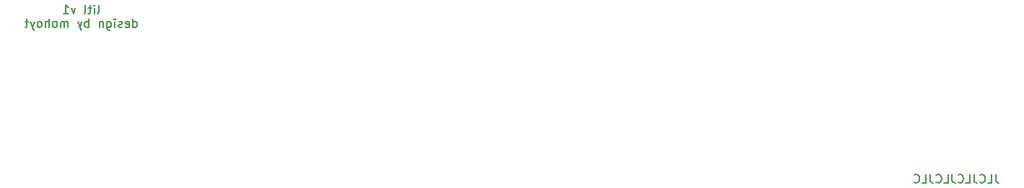
<source format=gbo>
%TF.GenerationSoftware,KiCad,Pcbnew,(6.0.0-0)*%
%TF.CreationDate,2022-04-10T14:44:23+02:00*%
%TF.ProjectId,litl_plate,6c69746c-5f70-46c6-9174-652e6b696361,rev?*%
%TF.SameCoordinates,Original*%
%TF.FileFunction,Legend,Bot*%
%TF.FilePolarity,Positive*%
%FSLAX46Y46*%
G04 Gerber Fmt 4.6, Leading zero omitted, Abs format (unit mm)*
G04 Created by KiCad (PCBNEW (6.0.0-0)) date 2022-04-10 14:44:23*
%MOMM*%
%LPD*%
G01*
G04 APERTURE LIST*
%ADD10C,0.150000*%
%ADD11C,2.200000*%
G04 APERTURE END LIST*
D10*
X262469047Y-123602380D02*
X262469047Y-124316666D01*
X262516666Y-124459523D01*
X262611904Y-124554761D01*
X262754761Y-124602380D01*
X262850000Y-124602380D01*
X261516666Y-124602380D02*
X261992857Y-124602380D01*
X261992857Y-123602380D01*
X260611904Y-124507142D02*
X260659523Y-124554761D01*
X260802380Y-124602380D01*
X260897619Y-124602380D01*
X261040476Y-124554761D01*
X261135714Y-124459523D01*
X261183333Y-124364285D01*
X261230952Y-124173809D01*
X261230952Y-124030952D01*
X261183333Y-123840476D01*
X261135714Y-123745238D01*
X261040476Y-123650000D01*
X260897619Y-123602380D01*
X260802380Y-123602380D01*
X260659523Y-123650000D01*
X260611904Y-123697619D01*
X259897619Y-123602380D02*
X259897619Y-124316666D01*
X259945238Y-124459523D01*
X260040476Y-124554761D01*
X260183333Y-124602380D01*
X260278571Y-124602380D01*
X258945238Y-124602380D02*
X259421428Y-124602380D01*
X259421428Y-123602380D01*
X258040476Y-124507142D02*
X258088095Y-124554761D01*
X258230952Y-124602380D01*
X258326190Y-124602380D01*
X258469047Y-124554761D01*
X258564285Y-124459523D01*
X258611904Y-124364285D01*
X258659523Y-124173809D01*
X258659523Y-124030952D01*
X258611904Y-123840476D01*
X258564285Y-123745238D01*
X258469047Y-123650000D01*
X258326190Y-123602380D01*
X258230952Y-123602380D01*
X258088095Y-123650000D01*
X258040476Y-123697619D01*
X257326190Y-123602380D02*
X257326190Y-124316666D01*
X257373809Y-124459523D01*
X257469047Y-124554761D01*
X257611904Y-124602380D01*
X257707142Y-124602380D01*
X256373809Y-124602380D02*
X256850000Y-124602380D01*
X256850000Y-123602380D01*
X255469047Y-124507142D02*
X255516666Y-124554761D01*
X255659523Y-124602380D01*
X255754761Y-124602380D01*
X255897619Y-124554761D01*
X255992857Y-124459523D01*
X256040476Y-124364285D01*
X256088095Y-124173809D01*
X256088095Y-124030952D01*
X256040476Y-123840476D01*
X255992857Y-123745238D01*
X255897619Y-123650000D01*
X255754761Y-123602380D01*
X255659523Y-123602380D01*
X255516666Y-123650000D01*
X255469047Y-123697619D01*
X254754761Y-123602380D02*
X254754761Y-124316666D01*
X254802380Y-124459523D01*
X254897619Y-124554761D01*
X255040476Y-124602380D01*
X255135714Y-124602380D01*
X253802380Y-124602380D02*
X254278571Y-124602380D01*
X254278571Y-123602380D01*
X252897619Y-124507142D02*
X252945238Y-124554761D01*
X253088095Y-124602380D01*
X253183333Y-124602380D01*
X253326190Y-124554761D01*
X253421428Y-124459523D01*
X253469047Y-124364285D01*
X253516666Y-124173809D01*
X253516666Y-124030952D01*
X253469047Y-123840476D01*
X253421428Y-123745238D01*
X253326190Y-123650000D01*
X253183333Y-123602380D01*
X253088095Y-123602380D01*
X252945238Y-123650000D01*
X252897619Y-123697619D01*
X157092261Y-104697380D02*
X157187500Y-104649761D01*
X157235119Y-104554523D01*
X157235119Y-103697380D01*
X156711309Y-104697380D02*
X156711309Y-104030714D01*
X156711309Y-103697380D02*
X156758928Y-103745000D01*
X156711309Y-103792619D01*
X156663690Y-103745000D01*
X156711309Y-103697380D01*
X156711309Y-103792619D01*
X156377976Y-104030714D02*
X155997023Y-104030714D01*
X156235119Y-103697380D02*
X156235119Y-104554523D01*
X156187500Y-104649761D01*
X156092261Y-104697380D01*
X155997023Y-104697380D01*
X155520833Y-104697380D02*
X155616071Y-104649761D01*
X155663690Y-104554523D01*
X155663690Y-103697380D01*
X154473214Y-104030714D02*
X154235119Y-104697380D01*
X153997023Y-104030714D01*
X153092261Y-104697380D02*
X153663690Y-104697380D01*
X153377976Y-104697380D02*
X153377976Y-103697380D01*
X153473214Y-103840238D01*
X153568452Y-103935476D01*
X153663690Y-103983095D01*
X161235119Y-106307380D02*
X161235119Y-105307380D01*
X161235119Y-106259761D02*
X161330357Y-106307380D01*
X161520833Y-106307380D01*
X161616071Y-106259761D01*
X161663690Y-106212142D01*
X161711309Y-106116904D01*
X161711309Y-105831190D01*
X161663690Y-105735952D01*
X161616071Y-105688333D01*
X161520833Y-105640714D01*
X161330357Y-105640714D01*
X161235119Y-105688333D01*
X160377976Y-106259761D02*
X160473214Y-106307380D01*
X160663690Y-106307380D01*
X160758928Y-106259761D01*
X160806547Y-106164523D01*
X160806547Y-105783571D01*
X160758928Y-105688333D01*
X160663690Y-105640714D01*
X160473214Y-105640714D01*
X160377976Y-105688333D01*
X160330357Y-105783571D01*
X160330357Y-105878809D01*
X160806547Y-105974047D01*
X159949404Y-106259761D02*
X159854166Y-106307380D01*
X159663690Y-106307380D01*
X159568452Y-106259761D01*
X159520833Y-106164523D01*
X159520833Y-106116904D01*
X159568452Y-106021666D01*
X159663690Y-105974047D01*
X159806547Y-105974047D01*
X159901785Y-105926428D01*
X159949404Y-105831190D01*
X159949404Y-105783571D01*
X159901785Y-105688333D01*
X159806547Y-105640714D01*
X159663690Y-105640714D01*
X159568452Y-105688333D01*
X159092261Y-106307380D02*
X159092261Y-105640714D01*
X159092261Y-105307380D02*
X159139880Y-105355000D01*
X159092261Y-105402619D01*
X159044642Y-105355000D01*
X159092261Y-105307380D01*
X159092261Y-105402619D01*
X158187500Y-105640714D02*
X158187500Y-106450238D01*
X158235119Y-106545476D01*
X158282738Y-106593095D01*
X158377976Y-106640714D01*
X158520833Y-106640714D01*
X158616071Y-106593095D01*
X158187500Y-106259761D02*
X158282738Y-106307380D01*
X158473214Y-106307380D01*
X158568452Y-106259761D01*
X158616071Y-106212142D01*
X158663690Y-106116904D01*
X158663690Y-105831190D01*
X158616071Y-105735952D01*
X158568452Y-105688333D01*
X158473214Y-105640714D01*
X158282738Y-105640714D01*
X158187500Y-105688333D01*
X157711309Y-105640714D02*
X157711309Y-106307380D01*
X157711309Y-105735952D02*
X157663690Y-105688333D01*
X157568452Y-105640714D01*
X157425595Y-105640714D01*
X157330357Y-105688333D01*
X157282738Y-105783571D01*
X157282738Y-106307380D01*
X156044642Y-106307380D02*
X156044642Y-105307380D01*
X156044642Y-105688333D02*
X155949404Y-105640714D01*
X155758928Y-105640714D01*
X155663690Y-105688333D01*
X155616071Y-105735952D01*
X155568452Y-105831190D01*
X155568452Y-106116904D01*
X155616071Y-106212142D01*
X155663690Y-106259761D01*
X155758928Y-106307380D01*
X155949404Y-106307380D01*
X156044642Y-106259761D01*
X155235119Y-105640714D02*
X154997023Y-106307380D01*
X154758928Y-105640714D02*
X154997023Y-106307380D01*
X155092261Y-106545476D01*
X155139880Y-106593095D01*
X155235119Y-106640714D01*
X153616071Y-106307380D02*
X153616071Y-105640714D01*
X153616071Y-105735952D02*
X153568452Y-105688333D01*
X153473214Y-105640714D01*
X153330357Y-105640714D01*
X153235119Y-105688333D01*
X153187500Y-105783571D01*
X153187500Y-106307380D01*
X153187500Y-105783571D02*
X153139880Y-105688333D01*
X153044642Y-105640714D01*
X152901785Y-105640714D01*
X152806547Y-105688333D01*
X152758928Y-105783571D01*
X152758928Y-106307380D01*
X152139880Y-106307380D02*
X152235119Y-106259761D01*
X152282738Y-106212142D01*
X152330357Y-106116904D01*
X152330357Y-105831190D01*
X152282738Y-105735952D01*
X152235119Y-105688333D01*
X152139880Y-105640714D01*
X151997023Y-105640714D01*
X151901785Y-105688333D01*
X151854166Y-105735952D01*
X151806547Y-105831190D01*
X151806547Y-106116904D01*
X151854166Y-106212142D01*
X151901785Y-106259761D01*
X151997023Y-106307380D01*
X152139880Y-106307380D01*
X151377976Y-106307380D02*
X151377976Y-105307380D01*
X150949404Y-106307380D02*
X150949404Y-105783571D01*
X150997023Y-105688333D01*
X151092261Y-105640714D01*
X151235119Y-105640714D01*
X151330357Y-105688333D01*
X151377976Y-105735952D01*
X150330357Y-106307380D02*
X150425595Y-106259761D01*
X150473214Y-106212142D01*
X150520833Y-106116904D01*
X150520833Y-105831190D01*
X150473214Y-105735952D01*
X150425595Y-105688333D01*
X150330357Y-105640714D01*
X150187500Y-105640714D01*
X150092261Y-105688333D01*
X150044642Y-105735952D01*
X149997023Y-105831190D01*
X149997023Y-106116904D01*
X150044642Y-106212142D01*
X150092261Y-106259761D01*
X150187500Y-106307380D01*
X150330357Y-106307380D01*
X149663690Y-105640714D02*
X149425595Y-106307380D01*
X149187500Y-105640714D02*
X149425595Y-106307380D01*
X149520833Y-106545476D01*
X149568452Y-106593095D01*
X149663690Y-106640714D01*
X148949404Y-105640714D02*
X148568452Y-105640714D01*
X148806547Y-105307380D02*
X148806547Y-106164523D01*
X148758928Y-106259761D01*
X148663690Y-106307380D01*
X148568452Y-106307380D01*
%LPC*%
D11*
X24000007Y-71625000D03*
X277075007Y-145637500D03*
X107979107Y-145637500D03*
X24000007Y-145637500D03*
X189845807Y-145637500D03*
X277075007Y-71625000D03*
M02*

</source>
